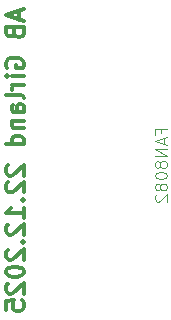
<source format=gbr>
G04 #@! TF.GenerationSoftware,KiCad,Pcbnew,9.0.6*
G04 #@! TF.CreationDate,2025-12-22T23:05:57+03:00*
G04 #@! TF.ProjectId,RainLight,5261696e-4c69-4676-9874-2e6b69636164,rev?*
G04 #@! TF.SameCoordinates,Original*
G04 #@! TF.FileFunction,Legend,Bot*
G04 #@! TF.FilePolarity,Positive*
%FSLAX46Y46*%
G04 Gerber Fmt 4.6, Leading zero omitted, Abs format (unit mm)*
G04 Created by KiCad (PCBNEW 9.0.6) date 2025-12-22 23:05:57*
%MOMM*%
%LPD*%
G01*
G04 APERTURE LIST*
%ADD10C,0.100000*%
%ADD11C,0.300000*%
G04 APERTURE END LIST*
D10*
X112124609Y-66829617D02*
X112124609Y-66496284D01*
X112648419Y-66496284D02*
X111648419Y-66496284D01*
X111648419Y-66496284D02*
X111648419Y-66972474D01*
X112362704Y-67305808D02*
X112362704Y-67781998D01*
X112648419Y-67210570D02*
X111648419Y-67543903D01*
X111648419Y-67543903D02*
X112648419Y-67877236D01*
X112648419Y-68210570D02*
X111648419Y-68210570D01*
X111648419Y-68210570D02*
X112648419Y-68781998D01*
X112648419Y-68781998D02*
X111648419Y-68781998D01*
X112076990Y-69401046D02*
X112029371Y-69305808D01*
X112029371Y-69305808D02*
X111981752Y-69258189D01*
X111981752Y-69258189D02*
X111886514Y-69210570D01*
X111886514Y-69210570D02*
X111838895Y-69210570D01*
X111838895Y-69210570D02*
X111743657Y-69258189D01*
X111743657Y-69258189D02*
X111696038Y-69305808D01*
X111696038Y-69305808D02*
X111648419Y-69401046D01*
X111648419Y-69401046D02*
X111648419Y-69591522D01*
X111648419Y-69591522D02*
X111696038Y-69686760D01*
X111696038Y-69686760D02*
X111743657Y-69734379D01*
X111743657Y-69734379D02*
X111838895Y-69781998D01*
X111838895Y-69781998D02*
X111886514Y-69781998D01*
X111886514Y-69781998D02*
X111981752Y-69734379D01*
X111981752Y-69734379D02*
X112029371Y-69686760D01*
X112029371Y-69686760D02*
X112076990Y-69591522D01*
X112076990Y-69591522D02*
X112076990Y-69401046D01*
X112076990Y-69401046D02*
X112124609Y-69305808D01*
X112124609Y-69305808D02*
X112172228Y-69258189D01*
X112172228Y-69258189D02*
X112267466Y-69210570D01*
X112267466Y-69210570D02*
X112457942Y-69210570D01*
X112457942Y-69210570D02*
X112553180Y-69258189D01*
X112553180Y-69258189D02*
X112600800Y-69305808D01*
X112600800Y-69305808D02*
X112648419Y-69401046D01*
X112648419Y-69401046D02*
X112648419Y-69591522D01*
X112648419Y-69591522D02*
X112600800Y-69686760D01*
X112600800Y-69686760D02*
X112553180Y-69734379D01*
X112553180Y-69734379D02*
X112457942Y-69781998D01*
X112457942Y-69781998D02*
X112267466Y-69781998D01*
X112267466Y-69781998D02*
X112172228Y-69734379D01*
X112172228Y-69734379D02*
X112124609Y-69686760D01*
X112124609Y-69686760D02*
X112076990Y-69591522D01*
X111648419Y-70401046D02*
X111648419Y-70496284D01*
X111648419Y-70496284D02*
X111696038Y-70591522D01*
X111696038Y-70591522D02*
X111743657Y-70639141D01*
X111743657Y-70639141D02*
X111838895Y-70686760D01*
X111838895Y-70686760D02*
X112029371Y-70734379D01*
X112029371Y-70734379D02*
X112267466Y-70734379D01*
X112267466Y-70734379D02*
X112457942Y-70686760D01*
X112457942Y-70686760D02*
X112553180Y-70639141D01*
X112553180Y-70639141D02*
X112600800Y-70591522D01*
X112600800Y-70591522D02*
X112648419Y-70496284D01*
X112648419Y-70496284D02*
X112648419Y-70401046D01*
X112648419Y-70401046D02*
X112600800Y-70305808D01*
X112600800Y-70305808D02*
X112553180Y-70258189D01*
X112553180Y-70258189D02*
X112457942Y-70210570D01*
X112457942Y-70210570D02*
X112267466Y-70162951D01*
X112267466Y-70162951D02*
X112029371Y-70162951D01*
X112029371Y-70162951D02*
X111838895Y-70210570D01*
X111838895Y-70210570D02*
X111743657Y-70258189D01*
X111743657Y-70258189D02*
X111696038Y-70305808D01*
X111696038Y-70305808D02*
X111648419Y-70401046D01*
X112076990Y-71305808D02*
X112029371Y-71210570D01*
X112029371Y-71210570D02*
X111981752Y-71162951D01*
X111981752Y-71162951D02*
X111886514Y-71115332D01*
X111886514Y-71115332D02*
X111838895Y-71115332D01*
X111838895Y-71115332D02*
X111743657Y-71162951D01*
X111743657Y-71162951D02*
X111696038Y-71210570D01*
X111696038Y-71210570D02*
X111648419Y-71305808D01*
X111648419Y-71305808D02*
X111648419Y-71496284D01*
X111648419Y-71496284D02*
X111696038Y-71591522D01*
X111696038Y-71591522D02*
X111743657Y-71639141D01*
X111743657Y-71639141D02*
X111838895Y-71686760D01*
X111838895Y-71686760D02*
X111886514Y-71686760D01*
X111886514Y-71686760D02*
X111981752Y-71639141D01*
X111981752Y-71639141D02*
X112029371Y-71591522D01*
X112029371Y-71591522D02*
X112076990Y-71496284D01*
X112076990Y-71496284D02*
X112076990Y-71305808D01*
X112076990Y-71305808D02*
X112124609Y-71210570D01*
X112124609Y-71210570D02*
X112172228Y-71162951D01*
X112172228Y-71162951D02*
X112267466Y-71115332D01*
X112267466Y-71115332D02*
X112457942Y-71115332D01*
X112457942Y-71115332D02*
X112553180Y-71162951D01*
X112553180Y-71162951D02*
X112600800Y-71210570D01*
X112600800Y-71210570D02*
X112648419Y-71305808D01*
X112648419Y-71305808D02*
X112648419Y-71496284D01*
X112648419Y-71496284D02*
X112600800Y-71591522D01*
X112600800Y-71591522D02*
X112553180Y-71639141D01*
X112553180Y-71639141D02*
X112457942Y-71686760D01*
X112457942Y-71686760D02*
X112267466Y-71686760D01*
X112267466Y-71686760D02*
X112172228Y-71639141D01*
X112172228Y-71639141D02*
X112124609Y-71591522D01*
X112124609Y-71591522D02*
X112076990Y-71496284D01*
X111743657Y-72067713D02*
X111696038Y-72115332D01*
X111696038Y-72115332D02*
X111648419Y-72210570D01*
X111648419Y-72210570D02*
X111648419Y-72448665D01*
X111648419Y-72448665D02*
X111696038Y-72543903D01*
X111696038Y-72543903D02*
X111743657Y-72591522D01*
X111743657Y-72591522D02*
X111838895Y-72639141D01*
X111838895Y-72639141D02*
X111934133Y-72639141D01*
X111934133Y-72639141D02*
X112076990Y-72591522D01*
X112076990Y-72591522D02*
X112648419Y-72020094D01*
X112648419Y-72020094D02*
X112648419Y-72639141D01*
D11*
X100083257Y-56515482D02*
X100083257Y-57229768D01*
X100511828Y-56372625D02*
X99011828Y-56872625D01*
X99011828Y-56872625D02*
X100511828Y-57372625D01*
X99726114Y-58372624D02*
X99797542Y-58586910D01*
X99797542Y-58586910D02*
X99868971Y-58658339D01*
X99868971Y-58658339D02*
X100011828Y-58729767D01*
X100011828Y-58729767D02*
X100226114Y-58729767D01*
X100226114Y-58729767D02*
X100368971Y-58658339D01*
X100368971Y-58658339D02*
X100440400Y-58586910D01*
X100440400Y-58586910D02*
X100511828Y-58444053D01*
X100511828Y-58444053D02*
X100511828Y-57872624D01*
X100511828Y-57872624D02*
X99011828Y-57872624D01*
X99011828Y-57872624D02*
X99011828Y-58372624D01*
X99011828Y-58372624D02*
X99083257Y-58515482D01*
X99083257Y-58515482D02*
X99154685Y-58586910D01*
X99154685Y-58586910D02*
X99297542Y-58658339D01*
X99297542Y-58658339D02*
X99440400Y-58658339D01*
X99440400Y-58658339D02*
X99583257Y-58586910D01*
X99583257Y-58586910D02*
X99654685Y-58515482D01*
X99654685Y-58515482D02*
X99726114Y-58372624D01*
X99726114Y-58372624D02*
X99726114Y-57872624D01*
X99083257Y-61301196D02*
X99011828Y-61158339D01*
X99011828Y-61158339D02*
X99011828Y-60944053D01*
X99011828Y-60944053D02*
X99083257Y-60729767D01*
X99083257Y-60729767D02*
X99226114Y-60586910D01*
X99226114Y-60586910D02*
X99368971Y-60515481D01*
X99368971Y-60515481D02*
X99654685Y-60444053D01*
X99654685Y-60444053D02*
X99868971Y-60444053D01*
X99868971Y-60444053D02*
X100154685Y-60515481D01*
X100154685Y-60515481D02*
X100297542Y-60586910D01*
X100297542Y-60586910D02*
X100440400Y-60729767D01*
X100440400Y-60729767D02*
X100511828Y-60944053D01*
X100511828Y-60944053D02*
X100511828Y-61086910D01*
X100511828Y-61086910D02*
X100440400Y-61301196D01*
X100440400Y-61301196D02*
X100368971Y-61372624D01*
X100368971Y-61372624D02*
X99868971Y-61372624D01*
X99868971Y-61372624D02*
X99868971Y-61086910D01*
X100511828Y-62015481D02*
X99511828Y-62015481D01*
X99011828Y-62015481D02*
X99083257Y-61944053D01*
X99083257Y-61944053D02*
X99154685Y-62015481D01*
X99154685Y-62015481D02*
X99083257Y-62086910D01*
X99083257Y-62086910D02*
X99011828Y-62015481D01*
X99011828Y-62015481D02*
X99154685Y-62015481D01*
X100511828Y-62729767D02*
X99511828Y-62729767D01*
X99797542Y-62729767D02*
X99654685Y-62801196D01*
X99654685Y-62801196D02*
X99583257Y-62872625D01*
X99583257Y-62872625D02*
X99511828Y-63015482D01*
X99511828Y-63015482D02*
X99511828Y-63158339D01*
X100511828Y-63872624D02*
X100440400Y-63729767D01*
X100440400Y-63729767D02*
X100297542Y-63658338D01*
X100297542Y-63658338D02*
X99011828Y-63658338D01*
X100511828Y-65086910D02*
X99726114Y-65086910D01*
X99726114Y-65086910D02*
X99583257Y-65015481D01*
X99583257Y-65015481D02*
X99511828Y-64872624D01*
X99511828Y-64872624D02*
X99511828Y-64586910D01*
X99511828Y-64586910D02*
X99583257Y-64444052D01*
X100440400Y-65086910D02*
X100511828Y-64944052D01*
X100511828Y-64944052D02*
X100511828Y-64586910D01*
X100511828Y-64586910D02*
X100440400Y-64444052D01*
X100440400Y-64444052D02*
X100297542Y-64372624D01*
X100297542Y-64372624D02*
X100154685Y-64372624D01*
X100154685Y-64372624D02*
X100011828Y-64444052D01*
X100011828Y-64444052D02*
X99940400Y-64586910D01*
X99940400Y-64586910D02*
X99940400Y-64944052D01*
X99940400Y-64944052D02*
X99868971Y-65086910D01*
X99511828Y-65801195D02*
X100511828Y-65801195D01*
X99654685Y-65801195D02*
X99583257Y-65872624D01*
X99583257Y-65872624D02*
X99511828Y-66015481D01*
X99511828Y-66015481D02*
X99511828Y-66229767D01*
X99511828Y-66229767D02*
X99583257Y-66372624D01*
X99583257Y-66372624D02*
X99726114Y-66444053D01*
X99726114Y-66444053D02*
X100511828Y-66444053D01*
X100511828Y-67801196D02*
X99011828Y-67801196D01*
X100440400Y-67801196D02*
X100511828Y-67658338D01*
X100511828Y-67658338D02*
X100511828Y-67372624D01*
X100511828Y-67372624D02*
X100440400Y-67229767D01*
X100440400Y-67229767D02*
X100368971Y-67158338D01*
X100368971Y-67158338D02*
X100226114Y-67086910D01*
X100226114Y-67086910D02*
X99797542Y-67086910D01*
X99797542Y-67086910D02*
X99654685Y-67158338D01*
X99654685Y-67158338D02*
X99583257Y-67229767D01*
X99583257Y-67229767D02*
X99511828Y-67372624D01*
X99511828Y-67372624D02*
X99511828Y-67658338D01*
X99511828Y-67658338D02*
X99583257Y-67801196D01*
X99154685Y-69586910D02*
X99083257Y-69658338D01*
X99083257Y-69658338D02*
X99011828Y-69801196D01*
X99011828Y-69801196D02*
X99011828Y-70158338D01*
X99011828Y-70158338D02*
X99083257Y-70301196D01*
X99083257Y-70301196D02*
X99154685Y-70372624D01*
X99154685Y-70372624D02*
X99297542Y-70444053D01*
X99297542Y-70444053D02*
X99440400Y-70444053D01*
X99440400Y-70444053D02*
X99654685Y-70372624D01*
X99654685Y-70372624D02*
X100511828Y-69515481D01*
X100511828Y-69515481D02*
X100511828Y-70444053D01*
X99154685Y-71015481D02*
X99083257Y-71086909D01*
X99083257Y-71086909D02*
X99011828Y-71229767D01*
X99011828Y-71229767D02*
X99011828Y-71586909D01*
X99011828Y-71586909D02*
X99083257Y-71729767D01*
X99083257Y-71729767D02*
X99154685Y-71801195D01*
X99154685Y-71801195D02*
X99297542Y-71872624D01*
X99297542Y-71872624D02*
X99440400Y-71872624D01*
X99440400Y-71872624D02*
X99654685Y-71801195D01*
X99654685Y-71801195D02*
X100511828Y-70944052D01*
X100511828Y-70944052D02*
X100511828Y-71872624D01*
X100368971Y-72515480D02*
X100440400Y-72586909D01*
X100440400Y-72586909D02*
X100511828Y-72515480D01*
X100511828Y-72515480D02*
X100440400Y-72444052D01*
X100440400Y-72444052D02*
X100368971Y-72515480D01*
X100368971Y-72515480D02*
X100511828Y-72515480D01*
X100511828Y-74015481D02*
X100511828Y-73158338D01*
X100511828Y-73586909D02*
X99011828Y-73586909D01*
X99011828Y-73586909D02*
X99226114Y-73444052D01*
X99226114Y-73444052D02*
X99368971Y-73301195D01*
X99368971Y-73301195D02*
X99440400Y-73158338D01*
X99154685Y-74586909D02*
X99083257Y-74658337D01*
X99083257Y-74658337D02*
X99011828Y-74801195D01*
X99011828Y-74801195D02*
X99011828Y-75158337D01*
X99011828Y-75158337D02*
X99083257Y-75301195D01*
X99083257Y-75301195D02*
X99154685Y-75372623D01*
X99154685Y-75372623D02*
X99297542Y-75444052D01*
X99297542Y-75444052D02*
X99440400Y-75444052D01*
X99440400Y-75444052D02*
X99654685Y-75372623D01*
X99654685Y-75372623D02*
X100511828Y-74515480D01*
X100511828Y-74515480D02*
X100511828Y-75444052D01*
X100368971Y-76086908D02*
X100440400Y-76158337D01*
X100440400Y-76158337D02*
X100511828Y-76086908D01*
X100511828Y-76086908D02*
X100440400Y-76015480D01*
X100440400Y-76015480D02*
X100368971Y-76086908D01*
X100368971Y-76086908D02*
X100511828Y-76086908D01*
X99154685Y-76729766D02*
X99083257Y-76801194D01*
X99083257Y-76801194D02*
X99011828Y-76944052D01*
X99011828Y-76944052D02*
X99011828Y-77301194D01*
X99011828Y-77301194D02*
X99083257Y-77444052D01*
X99083257Y-77444052D02*
X99154685Y-77515480D01*
X99154685Y-77515480D02*
X99297542Y-77586909D01*
X99297542Y-77586909D02*
X99440400Y-77586909D01*
X99440400Y-77586909D02*
X99654685Y-77515480D01*
X99654685Y-77515480D02*
X100511828Y-76658337D01*
X100511828Y-76658337D02*
X100511828Y-77586909D01*
X99011828Y-78515480D02*
X99011828Y-78658337D01*
X99011828Y-78658337D02*
X99083257Y-78801194D01*
X99083257Y-78801194D02*
X99154685Y-78872623D01*
X99154685Y-78872623D02*
X99297542Y-78944051D01*
X99297542Y-78944051D02*
X99583257Y-79015480D01*
X99583257Y-79015480D02*
X99940400Y-79015480D01*
X99940400Y-79015480D02*
X100226114Y-78944051D01*
X100226114Y-78944051D02*
X100368971Y-78872623D01*
X100368971Y-78872623D02*
X100440400Y-78801194D01*
X100440400Y-78801194D02*
X100511828Y-78658337D01*
X100511828Y-78658337D02*
X100511828Y-78515480D01*
X100511828Y-78515480D02*
X100440400Y-78372623D01*
X100440400Y-78372623D02*
X100368971Y-78301194D01*
X100368971Y-78301194D02*
X100226114Y-78229765D01*
X100226114Y-78229765D02*
X99940400Y-78158337D01*
X99940400Y-78158337D02*
X99583257Y-78158337D01*
X99583257Y-78158337D02*
X99297542Y-78229765D01*
X99297542Y-78229765D02*
X99154685Y-78301194D01*
X99154685Y-78301194D02*
X99083257Y-78372623D01*
X99083257Y-78372623D02*
X99011828Y-78515480D01*
X99154685Y-79586908D02*
X99083257Y-79658336D01*
X99083257Y-79658336D02*
X99011828Y-79801194D01*
X99011828Y-79801194D02*
X99011828Y-80158336D01*
X99011828Y-80158336D02*
X99083257Y-80301194D01*
X99083257Y-80301194D02*
X99154685Y-80372622D01*
X99154685Y-80372622D02*
X99297542Y-80444051D01*
X99297542Y-80444051D02*
X99440400Y-80444051D01*
X99440400Y-80444051D02*
X99654685Y-80372622D01*
X99654685Y-80372622D02*
X100511828Y-79515479D01*
X100511828Y-79515479D02*
X100511828Y-80444051D01*
X99011828Y-81801193D02*
X99011828Y-81086907D01*
X99011828Y-81086907D02*
X99726114Y-81015479D01*
X99726114Y-81015479D02*
X99654685Y-81086907D01*
X99654685Y-81086907D02*
X99583257Y-81229765D01*
X99583257Y-81229765D02*
X99583257Y-81586907D01*
X99583257Y-81586907D02*
X99654685Y-81729765D01*
X99654685Y-81729765D02*
X99726114Y-81801193D01*
X99726114Y-81801193D02*
X99868971Y-81872622D01*
X99868971Y-81872622D02*
X100226114Y-81872622D01*
X100226114Y-81872622D02*
X100368971Y-81801193D01*
X100368971Y-81801193D02*
X100440400Y-81729765D01*
X100440400Y-81729765D02*
X100511828Y-81586907D01*
X100511828Y-81586907D02*
X100511828Y-81229765D01*
X100511828Y-81229765D02*
X100440400Y-81086907D01*
X100440400Y-81086907D02*
X100368971Y-81015479D01*
M02*

</source>
